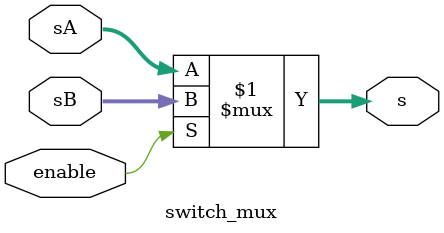
<source format=sv>

module switch_mux( 
    input   logic           enable,
    input   logic   [3:0]   sA,
    input   logic   [3:0]   sB,
    output  logic   [3:0]   s
);
    //sets multiplexed wire to input switches depending on enable
	assign s = enable ? (sB) : (sA); //RL = BA

endmodule
</source>
